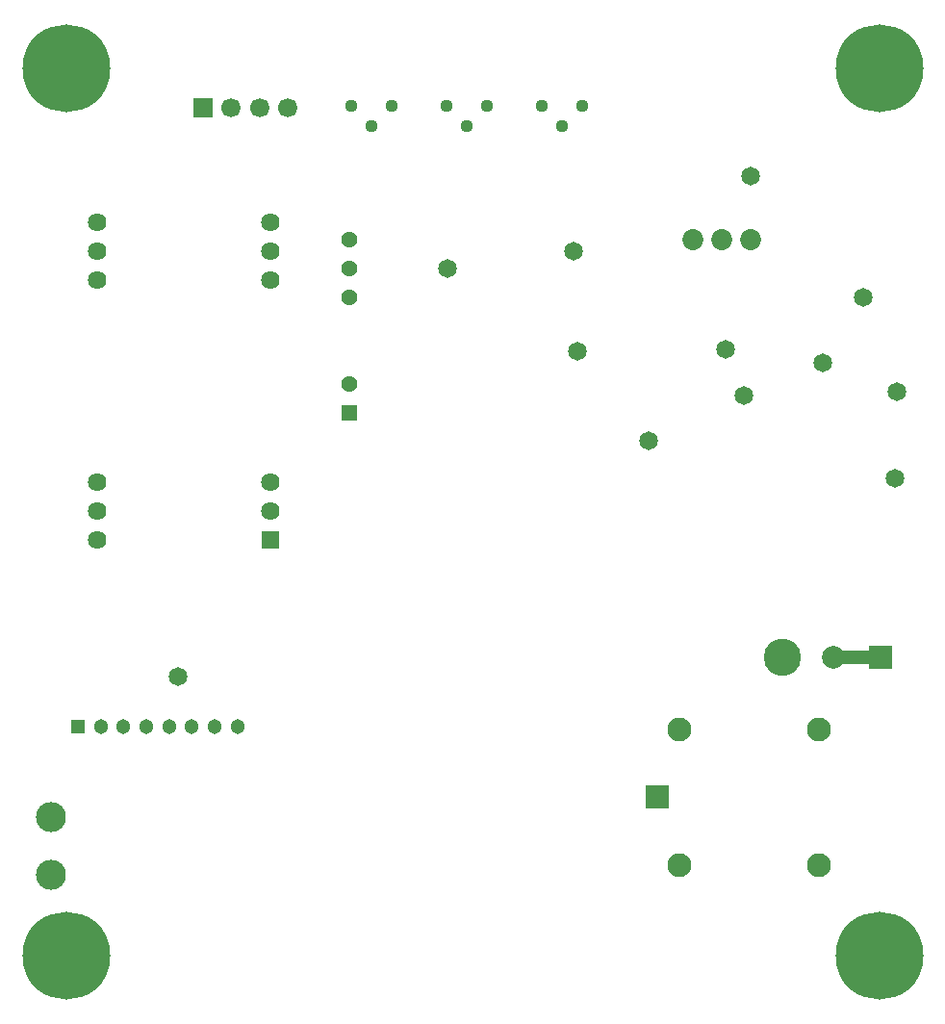
<source format=gbr>
%TF.GenerationSoftware,Altium Limited,Altium Designer,20.0.11 (256)*%
G04 Layer_Color=16711935*
%FSLAX26Y26*%
%MOIN*%
%TF.FileFunction,Soldermask,Bot*%
%TF.Part,Single*%
G01*
G75*
%TA.AperFunction,NonConductor*%
%ADD91R,0.129364X0.049000*%
%TA.AperFunction,ComponentPad*%
%ADD92C,0.051244*%
%ADD93R,0.051244X0.051244*%
%ADD94C,0.066598*%
%ADD95R,0.066598X0.066598*%
%ADD96C,0.064000*%
%ADD97R,0.064000X0.064000*%
%ADD98C,0.044000*%
%ADD99C,0.079000*%
%ADD100R,0.079000X0.079000*%
%ADD101C,0.129000*%
%ADD102C,0.304000*%
%ADD103C,0.082740*%
%ADD104R,0.082740X0.082740*%
%ADD105C,0.065024*%
%ADD106C,0.072898*%
%ADD107C,0.104000*%
%ADD108R,0.056283X0.056283*%
%ADD109C,0.056283*%
D91*
X2916318Y1239500D02*
D03*
D92*
X629212Y1000000D02*
D03*
X550472D02*
D03*
X786693D02*
D03*
X707953D02*
D03*
X314252D02*
D03*
X471732D02*
D03*
X392992D02*
D03*
D93*
X235512D02*
D03*
D94*
X962305Y3143305D02*
D03*
X765454D02*
D03*
X863880D02*
D03*
D95*
X667029D02*
D03*
D96*
X900000Y2645000D02*
D03*
Y2745000D02*
D03*
Y2545000D02*
D03*
X300000Y2645000D02*
D03*
X900000Y1845000D02*
D03*
Y1745000D02*
D03*
X300000Y2745000D02*
D03*
Y1845000D02*
D03*
Y2545000D02*
D03*
Y1745000D02*
D03*
Y1645000D02*
D03*
D97*
X900000D02*
D03*
D98*
X1980000Y3150000D02*
D03*
X1840000D02*
D03*
X1910000Y3080000D02*
D03*
X1510000Y3150000D02*
D03*
X1580000Y3080000D02*
D03*
X1650000Y3150000D02*
D03*
X1180000D02*
D03*
X1250000Y3080000D02*
D03*
X1320000Y3150000D02*
D03*
D99*
X2851636Y1240000D02*
D03*
D100*
X3014628D02*
D03*
D101*
X2676632D02*
D03*
D102*
X195000Y205000D02*
D03*
Y3280000D02*
D03*
X3010000D02*
D03*
Y205000D02*
D03*
D103*
X2800000Y990000D02*
D03*
Y517559D02*
D03*
X2319685Y990000D02*
D03*
Y517559D02*
D03*
D104*
X2240945Y753779D02*
D03*
D105*
X2815768Y2260000D02*
D03*
X2955000Y2485000D02*
D03*
X2540000Y2145000D02*
D03*
X3070000Y2160000D02*
D03*
X3065000Y1860000D02*
D03*
X580000Y1171000D02*
D03*
X2565000Y2905000D02*
D03*
X2479571Y2305000D02*
D03*
X2210000Y1990000D02*
D03*
X1950000Y2645000D02*
D03*
X1965000Y2300000D02*
D03*
X1515000Y2585000D02*
D03*
D106*
X2465000Y2685000D02*
D03*
X2365000D02*
D03*
X2565000D02*
D03*
D107*
X141000Y686000D02*
D03*
Y486000D02*
D03*
D108*
X1175000Y2085000D02*
D03*
D109*
Y2185000D02*
D03*
Y2585000D02*
D03*
Y2685000D02*
D03*
Y2485000D02*
D03*
%TF.MD5,2e187ed51242da0bc33229d065ed6aea*%
M02*

</source>
